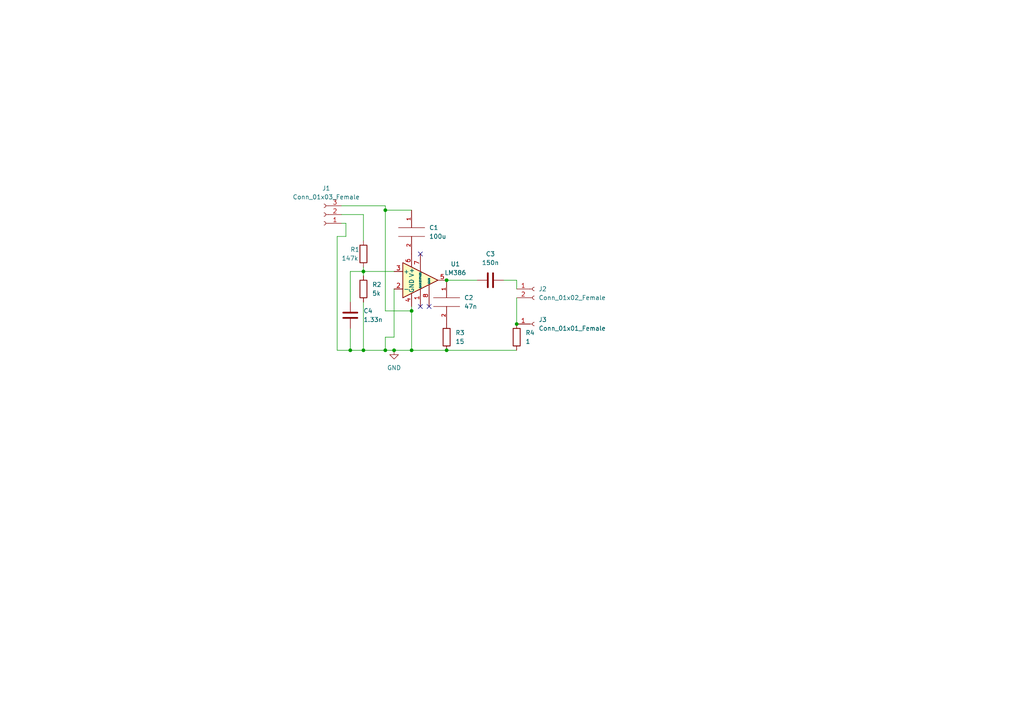
<source format=kicad_sch>
(kicad_sch (version 20211123) (generator eeschema)

  (uuid fb2e7663-3159-4fc7-a727-9c208816301f)

  (paper "A4")

  (lib_symbols
    (symbol "Amplifier_Audio:LM386" (pin_names (offset 0.127)) (in_bom yes) (on_board yes)
      (property "Reference" "U" (id 0) (at 1.27 7.62 0)
        (effects (font (size 1.27 1.27)) (justify left))
      )
      (property "Value" "LM386" (id 1) (at 1.27 5.08 0)
        (effects (font (size 1.27 1.27)) (justify left))
      )
      (property "Footprint" "" (id 2) (at 2.54 2.54 0)
        (effects (font (size 1.27 1.27)) hide)
      )
      (property "Datasheet" "http://www.ti.com/lit/ds/symlink/lm386.pdf" (id 3) (at 5.08 5.08 0)
        (effects (font (size 1.27 1.27)) hide)
      )
      (property "ki_keywords" "single Power opamp" (id 4) (at 0 0 0)
        (effects (font (size 1.27 1.27)) hide)
      )
      (property "ki_description" "Low Voltage Audio Power Amplifier, DIP-8/SOIC-8/SSOP-8" (id 5) (at 0 0 0)
        (effects (font (size 1.27 1.27)) hide)
      )
      (property "ki_fp_filters" "SOIC*3.9x4.9mm*P1.27mm* DIP*W7.62mm* MSSOP*P0.65mm* TSSOP*3x3mm*P0.5mm*" (id 6) (at 0 0 0)
        (effects (font (size 1.27 1.27)) hide)
      )
      (symbol "LM386_0_1"
        (polyline
          (pts
            (xy 5.08 0)
            (xy -5.08 5.08)
            (xy -5.08 -5.08)
            (xy 5.08 0)
          )
          (stroke (width 0.254) (type default) (color 0 0 0 0))
          (fill (type background))
        )
      )
      (symbol "LM386_1_1"
        (pin input line (at 0 -7.62 90) (length 5.08)
          (name "GAIN" (effects (font (size 0.508 0.508))))
          (number "1" (effects (font (size 1.27 1.27))))
        )
        (pin input line (at -7.62 -2.54 0) (length 2.54)
          (name "-" (effects (font (size 1.27 1.27))))
          (number "2" (effects (font (size 1.27 1.27))))
        )
        (pin input line (at -7.62 2.54 0) (length 2.54)
          (name "+" (effects (font (size 1.27 1.27))))
          (number "3" (effects (font (size 1.27 1.27))))
        )
        (pin power_in line (at -2.54 -7.62 90) (length 3.81)
          (name "GND" (effects (font (size 1.27 1.27))))
          (number "4" (effects (font (size 1.27 1.27))))
        )
        (pin output line (at 7.62 0 180) (length 2.54)
          (name "~" (effects (font (size 1.27 1.27))))
          (number "5" (effects (font (size 1.27 1.27))))
        )
        (pin power_in line (at -2.54 7.62 270) (length 3.81)
          (name "V+" (effects (font (size 1.27 1.27))))
          (number "6" (effects (font (size 1.27 1.27))))
        )
        (pin input line (at 0 7.62 270) (length 5.08)
          (name "BYPASS" (effects (font (size 0.508 0.508))))
          (number "7" (effects (font (size 1.27 1.27))))
        )
        (pin input line (at 2.54 -7.62 90) (length 6.35)
          (name "GAIN" (effects (font (size 0.508 0.508))))
          (number "8" (effects (font (size 1.27 1.27))))
        )
      )
    )
    (symbol "Connector:Conn_01x01_Female" (pin_names (offset 1.016) hide) (in_bom yes) (on_board yes)
      (property "Reference" "J" (id 0) (at 0 2.54 0)
        (effects (font (size 1.27 1.27)))
      )
      (property "Value" "Conn_01x01_Female" (id 1) (at 0 -2.54 0)
        (effects (font (size 1.27 1.27)))
      )
      (property "Footprint" "" (id 2) (at 0 0 0)
        (effects (font (size 1.27 1.27)) hide)
      )
      (property "Datasheet" "~" (id 3) (at 0 0 0)
        (effects (font (size 1.27 1.27)) hide)
      )
      (property "ki_keywords" "connector" (id 4) (at 0 0 0)
        (effects (font (size 1.27 1.27)) hide)
      )
      (property "ki_description" "Generic connector, single row, 01x01, script generated (kicad-library-utils/schlib/autogen/connector/)" (id 5) (at 0 0 0)
        (effects (font (size 1.27 1.27)) hide)
      )
      (property "ki_fp_filters" "Connector*:*" (id 6) (at 0 0 0)
        (effects (font (size 1.27 1.27)) hide)
      )
      (symbol "Conn_01x01_Female_1_1"
        (polyline
          (pts
            (xy -1.27 0)
            (xy -0.508 0)
          )
          (stroke (width 0.1524) (type default) (color 0 0 0 0))
          (fill (type none))
        )
        (arc (start 0 0.508) (mid -0.508 0) (end 0 -0.508)
          (stroke (width 0.1524) (type default) (color 0 0 0 0))
          (fill (type none))
        )
        (pin passive line (at -5.08 0 0) (length 3.81)
          (name "Pin_1" (effects (font (size 1.27 1.27))))
          (number "1" (effects (font (size 1.27 1.27))))
        )
      )
    )
    (symbol "Connector:Conn_01x02_Female" (pin_names (offset 1.016) hide) (in_bom yes) (on_board yes)
      (property "Reference" "J" (id 0) (at 0 2.54 0)
        (effects (font (size 1.27 1.27)))
      )
      (property "Value" "Conn_01x02_Female" (id 1) (at 0 -5.08 0)
        (effects (font (size 1.27 1.27)))
      )
      (property "Footprint" "" (id 2) (at 0 0 0)
        (effects (font (size 1.27 1.27)) hide)
      )
      (property "Datasheet" "~" (id 3) (at 0 0 0)
        (effects (font (size 1.27 1.27)) hide)
      )
      (property "ki_keywords" "connector" (id 4) (at 0 0 0)
        (effects (font (size 1.27 1.27)) hide)
      )
      (property "ki_description" "Generic connector, single row, 01x02, script generated (kicad-library-utils/schlib/autogen/connector/)" (id 5) (at 0 0 0)
        (effects (font (size 1.27 1.27)) hide)
      )
      (property "ki_fp_filters" "Connector*:*_1x??_*" (id 6) (at 0 0 0)
        (effects (font (size 1.27 1.27)) hide)
      )
      (symbol "Conn_01x02_Female_1_1"
        (arc (start 0 -2.032) (mid -0.508 -2.54) (end 0 -3.048)
          (stroke (width 0.1524) (type default) (color 0 0 0 0))
          (fill (type none))
        )
        (polyline
          (pts
            (xy -1.27 -2.54)
            (xy -0.508 -2.54)
          )
          (stroke (width 0.1524) (type default) (color 0 0 0 0))
          (fill (type none))
        )
        (polyline
          (pts
            (xy -1.27 0)
            (xy -0.508 0)
          )
          (stroke (width 0.1524) (type default) (color 0 0 0 0))
          (fill (type none))
        )
        (arc (start 0 0.508) (mid -0.508 0) (end 0 -0.508)
          (stroke (width 0.1524) (type default) (color 0 0 0 0))
          (fill (type none))
        )
        (pin passive line (at -5.08 0 0) (length 3.81)
          (name "Pin_1" (effects (font (size 1.27 1.27))))
          (number "1" (effects (font (size 1.27 1.27))))
        )
        (pin passive line (at -5.08 -2.54 0) (length 3.81)
          (name "Pin_2" (effects (font (size 1.27 1.27))))
          (number "2" (effects (font (size 1.27 1.27))))
        )
      )
    )
    (symbol "Connector:Conn_01x03_Female" (pin_names (offset 1.016) hide) (in_bom yes) (on_board yes)
      (property "Reference" "J" (id 0) (at 0 5.08 0)
        (effects (font (size 1.27 1.27)))
      )
      (property "Value" "Conn_01x03_Female" (id 1) (at 0 -5.08 0)
        (effects (font (size 1.27 1.27)))
      )
      (property "Footprint" "" (id 2) (at 0 0 0)
        (effects (font (size 1.27 1.27)) hide)
      )
      (property "Datasheet" "~" (id 3) (at 0 0 0)
        (effects (font (size 1.27 1.27)) hide)
      )
      (property "ki_keywords" "connector" (id 4) (at 0 0 0)
        (effects (font (size 1.27 1.27)) hide)
      )
      (property "ki_description" "Generic connector, single row, 01x03, script generated (kicad-library-utils/schlib/autogen/connector/)" (id 5) (at 0 0 0)
        (effects (font (size 1.27 1.27)) hide)
      )
      (property "ki_fp_filters" "Connector*:*_1x??_*" (id 6) (at 0 0 0)
        (effects (font (size 1.27 1.27)) hide)
      )
      (symbol "Conn_01x03_Female_1_1"
        (arc (start 0 -2.032) (mid -0.508 -2.54) (end 0 -3.048)
          (stroke (width 0.1524) (type default) (color 0 0 0 0))
          (fill (type none))
        )
        (polyline
          (pts
            (xy -1.27 -2.54)
            (xy -0.508 -2.54)
          )
          (stroke (width 0.1524) (type default) (color 0 0 0 0))
          (fill (type none))
        )
        (polyline
          (pts
            (xy -1.27 0)
            (xy -0.508 0)
          )
          (stroke (width 0.1524) (type default) (color 0 0 0 0))
          (fill (type none))
        )
        (polyline
          (pts
            (xy -1.27 2.54)
            (xy -0.508 2.54)
          )
          (stroke (width 0.1524) (type default) (color 0 0 0 0))
          (fill (type none))
        )
        (arc (start 0 0.508) (mid -0.508 0) (end 0 -0.508)
          (stroke (width 0.1524) (type default) (color 0 0 0 0))
          (fill (type none))
        )
        (arc (start 0 3.048) (mid -0.508 2.54) (end 0 2.032)
          (stroke (width 0.1524) (type default) (color 0 0 0 0))
          (fill (type none))
        )
        (pin passive line (at -5.08 2.54 0) (length 3.81)
          (name "Pin_1" (effects (font (size 1.27 1.27))))
          (number "1" (effects (font (size 1.27 1.27))))
        )
        (pin passive line (at -5.08 0 0) (length 3.81)
          (name "Pin_2" (effects (font (size 1.27 1.27))))
          (number "2" (effects (font (size 1.27 1.27))))
        )
        (pin passive line (at -5.08 -2.54 0) (length 3.81)
          (name "Pin_3" (effects (font (size 1.27 1.27))))
          (number "3" (effects (font (size 1.27 1.27))))
        )
      )
    )
    (symbol "Device:C" (pin_numbers hide) (pin_names (offset 0.254)) (in_bom yes) (on_board yes)
      (property "Reference" "C" (id 0) (at 0.635 2.54 0)
        (effects (font (size 1.27 1.27)) (justify left))
      )
      (property "Value" "C" (id 1) (at 0.635 -2.54 0)
        (effects (font (size 1.27 1.27)) (justify left))
      )
      (property "Footprint" "" (id 2) (at 0.9652 -3.81 0)
        (effects (font (size 1.27 1.27)) hide)
      )
      (property "Datasheet" "~" (id 3) (at 0 0 0)
        (effects (font (size 1.27 1.27)) hide)
      )
      (property "ki_keywords" "cap capacitor" (id 4) (at 0 0 0)
        (effects (font (size 1.27 1.27)) hide)
      )
      (property "ki_description" "Unpolarized capacitor" (id 5) (at 0 0 0)
        (effects (font (size 1.27 1.27)) hide)
      )
      (property "ki_fp_filters" "C_*" (id 6) (at 0 0 0)
        (effects (font (size 1.27 1.27)) hide)
      )
      (symbol "C_0_1"
        (polyline
          (pts
            (xy -2.032 -0.762)
            (xy 2.032 -0.762)
          )
          (stroke (width 0.508) (type default) (color 0 0 0 0))
          (fill (type none))
        )
        (polyline
          (pts
            (xy -2.032 0.762)
            (xy 2.032 0.762)
          )
          (stroke (width 0.508) (type default) (color 0 0 0 0))
          (fill (type none))
        )
      )
      (symbol "C_1_1"
        (pin passive line (at 0 3.81 270) (length 2.794)
          (name "~" (effects (font (size 1.27 1.27))))
          (number "1" (effects (font (size 1.27 1.27))))
        )
        (pin passive line (at 0 -3.81 90) (length 2.794)
          (name "~" (effects (font (size 1.27 1.27))))
          (number "2" (effects (font (size 1.27 1.27))))
        )
      )
    )
    (symbol "Device:R" (pin_numbers hide) (pin_names (offset 0)) (in_bom yes) (on_board yes)
      (property "Reference" "R" (id 0) (at 2.032 0 90)
        (effects (font (size 1.27 1.27)))
      )
      (property "Value" "R" (id 1) (at 0 0 90)
        (effects (font (size 1.27 1.27)))
      )
      (property "Footprint" "" (id 2) (at -1.778 0 90)
        (effects (font (size 1.27 1.27)) hide)
      )
      (property "Datasheet" "~" (id 3) (at 0 0 0)
        (effects (font (size 1.27 1.27)) hide)
      )
      (property "ki_keywords" "R res resistor" (id 4) (at 0 0 0)
        (effects (font (size 1.27 1.27)) hide)
      )
      (property "ki_description" "Resistor" (id 5) (at 0 0 0)
        (effects (font (size 1.27 1.27)) hide)
      )
      (property "ki_fp_filters" "R_*" (id 6) (at 0 0 0)
        (effects (font (size 1.27 1.27)) hide)
      )
      (symbol "R_0_1"
        (rectangle (start -1.016 -2.54) (end 1.016 2.54)
          (stroke (width 0.254) (type default) (color 0 0 0 0))
          (fill (type none))
        )
      )
      (symbol "R_1_1"
        (pin passive line (at 0 3.81 270) (length 1.27)
          (name "~" (effects (font (size 1.27 1.27))))
          (number "1" (effects (font (size 1.27 1.27))))
        )
        (pin passive line (at 0 -3.81 90) (length 1.27)
          (name "~" (effects (font (size 1.27 1.27))))
          (number "2" (effects (font (size 1.27 1.27))))
        )
      )
    )
    (symbol "power:GND" (power) (pin_names (offset 0)) (in_bom yes) (on_board yes)
      (property "Reference" "#PWR" (id 0) (at 0 -6.35 0)
        (effects (font (size 1.27 1.27)) hide)
      )
      (property "Value" "GND" (id 1) (at 0 -3.81 0)
        (effects (font (size 1.27 1.27)))
      )
      (property "Footprint" "" (id 2) (at 0 0 0)
        (effects (font (size 1.27 1.27)) hide)
      )
      (property "Datasheet" "" (id 3) (at 0 0 0)
        (effects (font (size 1.27 1.27)) hide)
      )
      (property "ki_keywords" "power-flag" (id 4) (at 0 0 0)
        (effects (font (size 1.27 1.27)) hide)
      )
      (property "ki_description" "Power symbol creates a global label with name \"GND\" , ground" (id 5) (at 0 0 0)
        (effects (font (size 1.27 1.27)) hide)
      )
      (symbol "GND_0_1"
        (polyline
          (pts
            (xy 0 0)
            (xy 0 -1.27)
            (xy 1.27 -1.27)
            (xy 0 -2.54)
            (xy -1.27 -1.27)
            (xy 0 -1.27)
          )
          (stroke (width 0) (type default) (color 0 0 0 0))
          (fill (type none))
        )
      )
      (symbol "GND_1_1"
        (pin power_in line (at 0 0 270) (length 0) hide
          (name "GND" (effects (font (size 1.27 1.27))))
          (number "1" (effects (font (size 1.27 1.27))))
        )
      )
    )
    (symbol "pspice:CAP" (pin_names (offset 0.254)) (in_bom yes) (on_board yes)
      (property "Reference" "C" (id 0) (at 2.54 3.81 90)
        (effects (font (size 1.27 1.27)))
      )
      (property "Value" "CAP" (id 1) (at 2.54 -3.81 90)
        (effects (font (size 1.27 1.27)))
      )
      (property "Footprint" "" (id 2) (at 0 0 0)
        (effects (font (size 1.27 1.27)) hide)
      )
      (property "Datasheet" "~" (id 3) (at 0 0 0)
        (effects (font (size 1.27 1.27)) hide)
      )
      (property "ki_keywords" "simulation" (id 4) (at 0 0 0)
        (effects (font (size 1.27 1.27)) hide)
      )
      (property "ki_description" "Capacitor symbol for simulation only" (id 5) (at 0 0 0)
        (effects (font (size 1.27 1.27)) hide)
      )
      (symbol "CAP_0_1"
        (polyline
          (pts
            (xy -3.81 -1.27)
            (xy 3.81 -1.27)
          )
          (stroke (width 0) (type default) (color 0 0 0 0))
          (fill (type none))
        )
        (polyline
          (pts
            (xy -3.81 1.27)
            (xy 3.81 1.27)
          )
          (stroke (width 0) (type default) (color 0 0 0 0))
          (fill (type none))
        )
      )
      (symbol "CAP_1_1"
        (pin passive line (at 0 6.35 270) (length 5.08)
          (name "~" (effects (font (size 1.016 1.016))))
          (number "1" (effects (font (size 1.016 1.016))))
        )
        (pin passive line (at 0 -6.35 90) (length 5.08)
          (name "~" (effects (font (size 1.016 1.016))))
          (number "2" (effects (font (size 1.016 1.016))))
        )
      )
    )
  )

  (junction (at 149.86 93.98) (diameter 0) (color 0 0 0 0)
    (uuid 30b149f2-6ef8-4c5c-8521-d89585e0c845)
  )
  (junction (at 111.76 101.6) (diameter 0) (color 0 0 0 0)
    (uuid 70e98af9-13dd-4bbe-9ac9-927a67e62794)
  )
  (junction (at 105.41 78.74) (diameter 0) (color 0 0 0 0)
    (uuid 87c45d59-cd53-4976-9a60-6ae9710728ee)
  )
  (junction (at 105.41 101.6) (diameter 0) (color 0 0 0 0)
    (uuid 8cbfd922-259e-437d-ac16-ed7c083f80a2)
  )
  (junction (at 129.54 101.6) (diameter 0) (color 0 0 0 0)
    (uuid 9487524f-a7d8-4c6e-8535-82d2fa77f2d0)
  )
  (junction (at 129.54 81.28) (diameter 0) (color 0 0 0 0)
    (uuid 94f76b69-2820-4d34-becf-a87c5ef2d1a6)
  )
  (junction (at 114.3 101.6) (diameter 0) (color 0 0 0 0)
    (uuid a38e59d8-4421-4d4d-afe0-e081a0182dec)
  )
  (junction (at 111.76 60.96) (diameter 0) (color 0 0 0 0)
    (uuid a4f9d150-4b7a-405d-bb2e-2579825e8a80)
  )
  (junction (at 119.38 90.17) (diameter 0) (color 0 0 0 0)
    (uuid d9cc017c-2154-48e5-a3a7-3e4ed212723f)
  )
  (junction (at 101.6 101.6) (diameter 0) (color 0 0 0 0)
    (uuid ea844d73-9d02-4a61-b74f-ce4a0f18f942)
  )
  (junction (at 119.38 101.6) (diameter 0) (color 0 0 0 0)
    (uuid f513fc27-2a45-46c1-905b-727e04c535c7)
  )

  (no_connect (at 121.92 73.66) (uuid 126eab56-5fcd-4b49-b202-5f02c56ef2c0))
  (no_connect (at 121.92 88.9) (uuid 126eab56-5fcd-4b49-b202-5f02c56ef2c1))
  (no_connect (at 124.46 88.9) (uuid 126eab56-5fcd-4b49-b202-5f02c56ef2c2))

  (wire (pts (xy 119.38 101.6) (xy 129.54 101.6))
    (stroke (width 0) (type default) (color 0 0 0 0))
    (uuid 0eac8a00-14a3-48de-8590-bc53f3e76aea)
  )
  (wire (pts (xy 105.41 101.6) (xy 111.76 101.6))
    (stroke (width 0) (type default) (color 0 0 0 0))
    (uuid 1e399069-487c-4b44-906e-b55eee6acaec)
  )
  (wire (pts (xy 111.76 90.17) (xy 119.38 90.17))
    (stroke (width 0) (type default) (color 0 0 0 0))
    (uuid 2497a85b-61f1-468e-9cba-48cabef70ef8)
  )
  (wire (pts (xy 105.41 78.74) (xy 101.6 78.74))
    (stroke (width 0) (type default) (color 0 0 0 0))
    (uuid 2678666c-f14a-4078-b907-86f88c467d5e)
  )
  (wire (pts (xy 146.05 81.28) (xy 149.86 81.28))
    (stroke (width 0) (type default) (color 0 0 0 0))
    (uuid 2fe87a11-3c82-46b9-9433-36d19823895c)
  )
  (wire (pts (xy 149.86 81.28) (xy 149.86 83.82))
    (stroke (width 0) (type default) (color 0 0 0 0))
    (uuid 3be85a8f-cc05-4121-aad6-4f39191dfe5d)
  )
  (wire (pts (xy 105.41 69.85) (xy 105.41 62.23))
    (stroke (width 0) (type default) (color 0 0 0 0))
    (uuid 40c05b21-e3ec-4c87-9f30-a5b672cadb23)
  )
  (wire (pts (xy 97.79 101.6) (xy 97.79 68.58))
    (stroke (width 0) (type default) (color 0 0 0 0))
    (uuid 4107bf34-46cb-4a16-bb2f-1aac240b1770)
  )
  (wire (pts (xy 111.76 101.6) (xy 114.3 101.6))
    (stroke (width 0) (type default) (color 0 0 0 0))
    (uuid 48153185-9035-4944-83d9-6b4c1956150c)
  )
  (wire (pts (xy 114.3 101.6) (xy 119.38 101.6))
    (stroke (width 0) (type default) (color 0 0 0 0))
    (uuid 4c448945-edfb-4d0a-9e07-1076a36fba24)
  )
  (wire (pts (xy 111.76 60.96) (xy 111.76 59.69))
    (stroke (width 0) (type default) (color 0 0 0 0))
    (uuid 54beb4fe-6f51-4dbc-805b-b1de84823a17)
  )
  (wire (pts (xy 114.3 97.79) (xy 111.76 97.79))
    (stroke (width 0) (type default) (color 0 0 0 0))
    (uuid 59980434-819a-4e84-ad1e-5e6529f88521)
  )
  (wire (pts (xy 114.3 83.82) (xy 114.3 97.79))
    (stroke (width 0) (type default) (color 0 0 0 0))
    (uuid 59fbe554-bd86-4491-82b9-f9a3a30e44ab)
  )
  (wire (pts (xy 149.86 86.36) (xy 149.86 93.98))
    (stroke (width 0) (type default) (color 0 0 0 0))
    (uuid 5a8b6970-98ae-4ad9-a04a-b12796bf54ca)
  )
  (wire (pts (xy 105.41 78.74) (xy 105.41 80.01))
    (stroke (width 0) (type default) (color 0 0 0 0))
    (uuid 5d8187b5-caae-40b8-ac8f-8c442e998f5f)
  )
  (wire (pts (xy 101.6 95.25) (xy 101.6 101.6))
    (stroke (width 0) (type default) (color 0 0 0 0))
    (uuid 5eeeb876-dd88-4349-ac7a-e50fb80fbd10)
  )
  (wire (pts (xy 119.38 88.9) (xy 119.38 90.17))
    (stroke (width 0) (type default) (color 0 0 0 0))
    (uuid 62793016-ab52-4741-827e-63324f44e341)
  )
  (wire (pts (xy 105.41 77.47) (xy 105.41 78.74))
    (stroke (width 0) (type default) (color 0 0 0 0))
    (uuid 714abc84-232c-4560-a79a-0fca8f9eb603)
  )
  (wire (pts (xy 100.33 64.77) (xy 99.06 64.77))
    (stroke (width 0) (type default) (color 0 0 0 0))
    (uuid 73176f14-4bb9-43f7-ab75-be555e42a504)
  )
  (wire (pts (xy 129.54 101.6) (xy 149.86 101.6))
    (stroke (width 0) (type default) (color 0 0 0 0))
    (uuid 76273818-6d34-407a-a16f-f833d5681ee1)
  )
  (wire (pts (xy 111.76 60.96) (xy 111.76 90.17))
    (stroke (width 0) (type default) (color 0 0 0 0))
    (uuid 7eb6382b-4d89-4408-9785-9d7314dbff09)
  )
  (wire (pts (xy 99.06 59.69) (xy 111.76 59.69))
    (stroke (width 0) (type default) (color 0 0 0 0))
    (uuid 83acfcac-d134-45b8-81e3-88a4dfda0694)
  )
  (wire (pts (xy 119.38 60.96) (xy 111.76 60.96))
    (stroke (width 0) (type default) (color 0 0 0 0))
    (uuid 8911c72b-b4b4-4dac-9e6b-2084947beb80)
  )
  (wire (pts (xy 100.33 68.58) (xy 100.33 64.77))
    (stroke (width 0) (type default) (color 0 0 0 0))
    (uuid 9f1b745b-9d1e-4b93-b9b0-5bf392606f7b)
  )
  (wire (pts (xy 97.79 101.6) (xy 101.6 101.6))
    (stroke (width 0) (type default) (color 0 0 0 0))
    (uuid a2f68791-fab4-43f2-84e7-890d531dfafa)
  )
  (wire (pts (xy 111.76 97.79) (xy 111.76 101.6))
    (stroke (width 0) (type default) (color 0 0 0 0))
    (uuid a7587b11-2971-4682-b654-21255911d0b3)
  )
  (wire (pts (xy 129.54 81.28) (xy 138.43 81.28))
    (stroke (width 0) (type default) (color 0 0 0 0))
    (uuid b6c1e2f7-a7b8-4b5a-b196-abcc506589b0)
  )
  (wire (pts (xy 97.79 68.58) (xy 100.33 68.58))
    (stroke (width 0) (type default) (color 0 0 0 0))
    (uuid c04a3156-232d-431b-886f-d834e053b64f)
  )
  (wire (pts (xy 119.38 90.17) (xy 119.38 101.6))
    (stroke (width 0) (type default) (color 0 0 0 0))
    (uuid d492f729-7577-4cf1-b6d4-cfc2020f24a5)
  )
  (wire (pts (xy 101.6 78.74) (xy 101.6 87.63))
    (stroke (width 0) (type default) (color 0 0 0 0))
    (uuid d4de82b6-23f3-44a4-831c-042e0426ac00)
  )
  (wire (pts (xy 105.41 78.74) (xy 114.3 78.74))
    (stroke (width 0) (type default) (color 0 0 0 0))
    (uuid dccdd27a-9c1e-4a1b-a485-cf78309197fd)
  )
  (wire (pts (xy 105.41 62.23) (xy 99.06 62.23))
    (stroke (width 0) (type default) (color 0 0 0 0))
    (uuid dd35f156-b3dc-4510-82fc-3e518d10a2b8)
  )
  (wire (pts (xy 105.41 87.63) (xy 105.41 101.6))
    (stroke (width 0) (type default) (color 0 0 0 0))
    (uuid df34604f-80bb-493f-a03e-4b16fe87a822)
  )
  (wire (pts (xy 105.41 101.6) (xy 101.6 101.6))
    (stroke (width 0) (type default) (color 0 0 0 0))
    (uuid fc919314-8625-4714-94e4-749b14b0d087)
  )

  (symbol (lib_id "Connector:Conn_01x01_Female") (at 154.94 93.98 0) (unit 1)
    (in_bom yes) (on_board yes) (fields_autoplaced)
    (uuid 00fc4e09-8854-4b94-96d6-22527b0ba299)
    (property "Reference" "J3" (id 0) (at 156.21 92.7099 0)
      (effects (font (size 1.27 1.27)) (justify left))
    )
    (property "Value" "Conn_01x01_Female" (id 1) (at 156.21 95.2499 0)
      (effects (font (size 1.27 1.27)) (justify left))
    )
    (property "Footprint" "Connector_PinSocket_2.00mm:PinSocket_1x01_P2.00mm_Horizontal" (id 2) (at 154.94 93.98 0)
      (effects (font (size 1.27 1.27)) hide)
    )
    (property "Datasheet" "~" (id 3) (at 154.94 93.98 0)
      (effects (font (size 1.27 1.27)) hide)
    )
    (pin "1" (uuid 0f3ba943-9e64-4c31-88a2-12321b06eef6))
  )

  (symbol (lib_id "pspice:CAP") (at 119.38 67.31 0) (unit 1)
    (in_bom yes) (on_board yes) (fields_autoplaced)
    (uuid 251e9da9-9c52-4a75-8f02-54877fcfd0b6)
    (property "Reference" "C1" (id 0) (at 124.46 66.0399 0)
      (effects (font (size 1.27 1.27)) (justify left))
    )
    (property "Value" "100u" (id 1) (at 124.46 68.5799 0)
      (effects (font (size 1.27 1.27)) (justify left))
    )
    (property "Footprint" "Capacitor_THT:CP_Radial_D8.0mm_P5.00mm" (id 2) (at 119.38 67.31 0)
      (effects (font (size 1.27 1.27)) hide)
    )
    (property "Datasheet" "~" (id 3) (at 119.38 67.31 0)
      (effects (font (size 1.27 1.27)) hide)
    )
    (pin "1" (uuid 4a3b9c26-0f40-497e-92f3-5b59cde12109))
    (pin "2" (uuid cebfca72-9aca-4bb6-967e-19ffa44acd70))
  )

  (symbol (lib_id "pspice:CAP") (at 129.54 87.63 0) (unit 1)
    (in_bom yes) (on_board yes) (fields_autoplaced)
    (uuid 499bc1b5-b5b5-4e37-baa6-d42e4a7c537c)
    (property "Reference" "C2" (id 0) (at 134.62 86.3599 0)
      (effects (font (size 1.27 1.27)) (justify left))
    )
    (property "Value" "47n" (id 1) (at 134.62 88.8999 0)
      (effects (font (size 1.27 1.27)) (justify left))
    )
    (property "Footprint" "Capacitor_THT:C_Rect_L9.0mm_W4.2mm_P7.50mm_MKT" (id 2) (at 129.54 87.63 0)
      (effects (font (size 1.27 1.27)) hide)
    )
    (property "Datasheet" "~" (id 3) (at 129.54 87.63 0)
      (effects (font (size 1.27 1.27)) hide)
    )
    (pin "1" (uuid 74cae2f2-7248-4d38-8253-0e1b3d9f9a8a))
    (pin "2" (uuid 7dfb1d32-ebb2-476e-99c7-547fcd4a52ff))
  )

  (symbol (lib_id "Amplifier_Audio:LM386") (at 121.92 81.28 0) (unit 1)
    (in_bom yes) (on_board yes) (fields_autoplaced)
    (uuid 6b4d1b0d-20ac-4ef7-99ed-865a97e09a88)
    (property "Reference" "U1" (id 0) (at 132.08 76.581 0))
    (property "Value" "LM386" (id 1) (at 132.08 79.121 0))
    (property "Footprint" "Package_DIP:DIP-8_W7.62mm" (id 2) (at 124.46 78.74 0)
      (effects (font (size 1.27 1.27)) hide)
    )
    (property "Datasheet" "http://www.ti.com/lit/ds/symlink/lm386.pdf" (id 3) (at 127 76.2 0)
      (effects (font (size 1.27 1.27)) hide)
    )
    (pin "1" (uuid 85028d1f-01a9-4a93-bf57-02feedeafecd))
    (pin "2" (uuid 642253a7-7e7f-4f31-88e7-503355243bcd))
    (pin "3" (uuid c39121f4-53b0-4484-ba86-5b254b0bb9f0))
    (pin "4" (uuid 35705fe2-4b08-41ae-8840-90b77bbf5319))
    (pin "5" (uuid 06c31293-65ab-47f7-b93a-791f849e0bd2))
    (pin "6" (uuid ce307321-f94d-44b4-a2d7-35ba0c7126db))
    (pin "7" (uuid 1bdca6d4-7137-4ea3-a201-ee9730808497))
    (pin "8" (uuid c1d68b1a-446c-465e-8408-5ca4072d0c9d))
  )

  (symbol (lib_id "Device:R") (at 105.41 83.82 0) (unit 1)
    (in_bom yes) (on_board yes) (fields_autoplaced)
    (uuid 761f67e4-8d35-452a-9d0a-238cc081560e)
    (property "Reference" "R2" (id 0) (at 107.95 82.5499 0)
      (effects (font (size 1.27 1.27)) (justify left))
    )
    (property "Value" "5k" (id 1) (at 107.95 85.0899 0)
      (effects (font (size 1.27 1.27)) (justify left))
    )
    (property "Footprint" "Resistor_THT:R_Axial_DIN0204_L3.6mm_D1.6mm_P5.08mm_Horizontal" (id 2) (at 103.632 83.82 90)
      (effects (font (size 1.27 1.27)) hide)
    )
    (property "Datasheet" "~" (id 3) (at 105.41 83.82 0)
      (effects (font (size 1.27 1.27)) hide)
    )
    (pin "1" (uuid 9a1390a2-6e06-4841-a2fb-6eb0ca573019))
    (pin "2" (uuid 7e4328de-d34f-4af8-8247-810c32af6504))
  )

  (symbol (lib_id "Device:C") (at 142.24 81.28 90) (unit 1)
    (in_bom yes) (on_board yes) (fields_autoplaced)
    (uuid 8f37c2dd-1e86-4051-abd3-2233e8440453)
    (property "Reference" "C3" (id 0) (at 142.24 73.66 90))
    (property "Value" "150n" (id 1) (at 142.24 76.2 90))
    (property "Footprint" "Capacitor_THT:CP_Radial_D8.0mm_P3.80mm" (id 2) (at 146.05 80.3148 0)
      (effects (font (size 1.27 1.27)) hide)
    )
    (property "Datasheet" "~" (id 3) (at 142.24 81.28 0)
      (effects (font (size 1.27 1.27)) hide)
    )
    (pin "1" (uuid a3dc77ea-6674-4502-b67e-f2b948248272))
    (pin "2" (uuid f768e6d5-d789-45d0-8787-bf8c88d46eb4))
  )

  (symbol (lib_id "Connector:Conn_01x03_Female") (at 93.98 62.23 180) (unit 1)
    (in_bom yes) (on_board yes) (fields_autoplaced)
    (uuid 991824cf-c921-4eff-a35e-5db3e3ac9b88)
    (property "Reference" "J1" (id 0) (at 94.615 54.61 0))
    (property "Value" "Conn_01x03_Female" (id 1) (at 94.615 57.15 0))
    (property "Footprint" "Connector_PinSocket_2.54mm:PinSocket_1x03_P2.54mm_Vertical" (id 2) (at 93.98 62.23 0)
      (effects (font (size 1.27 1.27)) hide)
    )
    (property "Datasheet" "~" (id 3) (at 93.98 62.23 0)
      (effects (font (size 1.27 1.27)) hide)
    )
    (pin "1" (uuid bb1e2c97-34b2-4611-a0ab-73c1ceb701c7))
    (pin "2" (uuid 5ab2e380-60d9-4f0e-a03b-922cac23dec0))
    (pin "3" (uuid dd0c86ce-9166-4898-b447-8dfded34cd37))
  )

  (symbol (lib_id "Device:R") (at 105.41 73.66 0) (unit 1)
    (in_bom yes) (on_board yes)
    (uuid a4db4c18-c298-437c-ac41-331665d13267)
    (property "Reference" "R1" (id 0) (at 101.6 72.39 0)
      (effects (font (size 1.27 1.27)) (justify left))
    )
    (property "Value" "147k" (id 1) (at 99.06 74.93 0)
      (effects (font (size 1.27 1.27)) (justify left))
    )
    (property "Footprint" "Resistor_THT:R_Axial_DIN0204_L3.6mm_D1.6mm_P5.08mm_Horizontal" (id 2) (at 103.632 73.66 90)
      (effects (font (size 1.27 1.27)) hide)
    )
    (property "Datasheet" "~" (id 3) (at 105.41 73.66 0)
      (effects (font (size 1.27 1.27)) hide)
    )
    (pin "1" (uuid 1fd514c9-9745-45b6-9095-c173568c1cec))
    (pin "2" (uuid d70af7b7-0d78-412c-8c52-6840d126eba8))
  )

  (symbol (lib_id "Device:R") (at 129.54 97.79 0) (unit 1)
    (in_bom yes) (on_board yes) (fields_autoplaced)
    (uuid c36440a3-9aad-41e2-a0df-927afaec0970)
    (property "Reference" "R3" (id 0) (at 132.08 96.5199 0)
      (effects (font (size 1.27 1.27)) (justify left))
    )
    (property "Value" "15" (id 1) (at 132.08 99.0599 0)
      (effects (font (size 1.27 1.27)) (justify left))
    )
    (property "Footprint" "Resistor_THT:R_Axial_DIN0204_L3.6mm_D1.6mm_P5.08mm_Horizontal" (id 2) (at 127.762 97.79 90)
      (effects (font (size 1.27 1.27)) hide)
    )
    (property "Datasheet" "~" (id 3) (at 129.54 97.79 0)
      (effects (font (size 1.27 1.27)) hide)
    )
    (pin "1" (uuid 85a65e02-7767-4d2c-ba92-c412a9efcbb5))
    (pin "2" (uuid 6753e387-fe11-4227-9b44-d3c94c0ffdd4))
  )

  (symbol (lib_id "Device:R") (at 149.86 97.79 0) (unit 1)
    (in_bom yes) (on_board yes) (fields_autoplaced)
    (uuid c6f12c0f-2db8-4dd6-bd22-055cfe9da7c8)
    (property "Reference" "R4" (id 0) (at 152.4 96.5199 0)
      (effects (font (size 1.27 1.27)) (justify left))
    )
    (property "Value" "1" (id 1) (at 152.4 99.0599 0)
      (effects (font (size 1.27 1.27)) (justify left))
    )
    (property "Footprint" "Resistor_THT:R_Axial_DIN0204_L3.6mm_D1.6mm_P5.08mm_Horizontal" (id 2) (at 148.082 97.79 90)
      (effects (font (size 1.27 1.27)) hide)
    )
    (property "Datasheet" "~" (id 3) (at 149.86 97.79 0)
      (effects (font (size 1.27 1.27)) hide)
    )
    (pin "1" (uuid 48850346-f3a5-436b-a031-4a1989953ae4))
    (pin "2" (uuid 5d43cdb8-3590-4586-aee0-2ad3ca868a77))
  )

  (symbol (lib_id "Connector:Conn_01x02_Female") (at 154.94 83.82 0) (unit 1)
    (in_bom yes) (on_board yes) (fields_autoplaced)
    (uuid c876918b-b271-4ad4-bd05-77825bd97b34)
    (property "Reference" "J2" (id 0) (at 156.21 83.8199 0)
      (effects (font (size 1.27 1.27)) (justify left))
    )
    (property "Value" "Conn_01x02_Female" (id 1) (at 156.21 86.3599 0)
      (effects (font (size 1.27 1.27)) (justify left))
    )
    (property "Footprint" "Connector_PinSocket_2.00mm:PinSocket_1x02_P2.00mm_Vertical" (id 2) (at 154.94 83.82 0)
      (effects (font (size 1.27 1.27)) hide)
    )
    (property "Datasheet" "~" (id 3) (at 154.94 83.82 0)
      (effects (font (size 1.27 1.27)) hide)
    )
    (pin "1" (uuid 0dcd793c-846a-4c1a-a68f-6f13c81575c9))
    (pin "2" (uuid 13043232-74f0-4490-8beb-346965fcc00f))
  )

  (symbol (lib_id "power:GND") (at 114.3 101.6 0) (unit 1)
    (in_bom yes) (on_board yes) (fields_autoplaced)
    (uuid e20a8685-a333-46a8-bcbb-93a95d62ba0c)
    (property "Reference" "#PWR01" (id 0) (at 114.3 107.95 0)
      (effects (font (size 1.27 1.27)) hide)
    )
    (property "Value" "GND" (id 1) (at 114.3 106.68 0))
    (property "Footprint" "" (id 2) (at 114.3 101.6 0)
      (effects (font (size 1.27 1.27)) hide)
    )
    (property "Datasheet" "" (id 3) (at 114.3 101.6 0)
      (effects (font (size 1.27 1.27)) hide)
    )
    (pin "1" (uuid cd6dd7c1-86c6-4d1a-b6a7-3aa074f421a3))
  )

  (symbol (lib_id "Device:C") (at 101.6 91.44 180) (unit 1)
    (in_bom yes) (on_board yes) (fields_autoplaced)
    (uuid ee4843cd-dbd6-4fe3-98a3-d8c046ecdeee)
    (property "Reference" "C4" (id 0) (at 105.41 90.1699 0)
      (effects (font (size 1.27 1.27)) (justify right))
    )
    (property "Value" "1.33n" (id 1) (at 105.41 92.7099 0)
      (effects (font (size 1.27 1.27)) (justify right))
    )
    (property "Footprint" "Capacitor_THT:C_Rect_L7.2mm_W7.2mm_P5.00mm_FKS2_FKP2_MKS2_MKP2" (id 2) (at 100.6348 87.63 0)
      (effects (font (size 1.27 1.27)) hide)
    )
    (property "Datasheet" "~" (id 3) (at 101.6 91.44 0)
      (effects (font (size 1.27 1.27)) hide)
    )
    (pin "1" (uuid d2d4d696-4870-41c6-b7ca-cb2ca002575a))
    (pin "2" (uuid f8e4c6f8-2425-492e-a203-e34131680d32))
  )

  (sheet_instances
    (path "/" (page "1"))
  )

  (symbol_instances
    (path "/e20a8685-a333-46a8-bcbb-93a95d62ba0c"
      (reference "#PWR01") (unit 1) (value "GND") (footprint "")
    )
    (path "/251e9da9-9c52-4a75-8f02-54877fcfd0b6"
      (reference "C1") (unit 1) (value "100u") (footprint "Capacitor_THT:CP_Radial_D8.0mm_P5.00mm")
    )
    (path "/499bc1b5-b5b5-4e37-baa6-d42e4a7c537c"
      (reference "C2") (unit 1) (value "47n") (footprint "Capacitor_THT:C_Rect_L9.0mm_W4.2mm_P7.50mm_MKT")
    )
    (path "/8f37c2dd-1e86-4051-abd3-2233e8440453"
      (reference "C3") (unit 1) (value "150n") (footprint "Capacitor_THT:CP_Radial_D8.0mm_P3.80mm")
    )
    (path "/ee4843cd-dbd6-4fe3-98a3-d8c046ecdeee"
      (reference "C4") (unit 1) (value "1.33n") (footprint "Capacitor_THT:C_Rect_L7.2mm_W7.2mm_P5.00mm_FKS2_FKP2_MKS2_MKP2")
    )
    (path "/991824cf-c921-4eff-a35e-5db3e3ac9b88"
      (reference "J1") (unit 1) (value "Conn_01x03_Female") (footprint "Connector_PinSocket_2.54mm:PinSocket_1x03_P2.54mm_Vertical")
    )
    (path "/c876918b-b271-4ad4-bd05-77825bd97b34"
      (reference "J2") (unit 1) (value "Conn_01x02_Female") (footprint "Connector_PinSocket_2.00mm:PinSocket_1x02_P2.00mm_Vertical")
    )
    (path "/00fc4e09-8854-4b94-96d6-22527b0ba299"
      (reference "J3") (unit 1) (value "Conn_01x01_Female") (footprint "Connector_PinSocket_2.00mm:PinSocket_1x01_P2.00mm_Horizontal")
    )
    (path "/a4db4c18-c298-437c-ac41-331665d13267"
      (reference "R1") (unit 1) (value "147k") (footprint "Resistor_THT:R_Axial_DIN0204_L3.6mm_D1.6mm_P5.08mm_Horizontal")
    )
    (path "/761f67e4-8d35-452a-9d0a-238cc081560e"
      (reference "R2") (unit 1) (value "5k") (footprint "Resistor_THT:R_Axial_DIN0204_L3.6mm_D1.6mm_P5.08mm_Horizontal")
    )
    (path "/c36440a3-9aad-41e2-a0df-927afaec0970"
      (reference "R3") (unit 1) (value "15") (footprint "Resistor_THT:R_Axial_DIN0204_L3.6mm_D1.6mm_P5.08mm_Horizontal")
    )
    (path "/c6f12c0f-2db8-4dd6-bd22-055cfe9da7c8"
      (reference "R4") (unit 1) (value "1") (footprint "Resistor_THT:R_Axial_DIN0204_L3.6mm_D1.6mm_P5.08mm_Horizontal")
    )
    (path "/6b4d1b0d-20ac-4ef7-99ed-865a97e09a88"
      (reference "U1") (unit 1) (value "LM386") (footprint "Package_DIP:DIP-8_W7.62mm")
    )
  )
)

</source>
